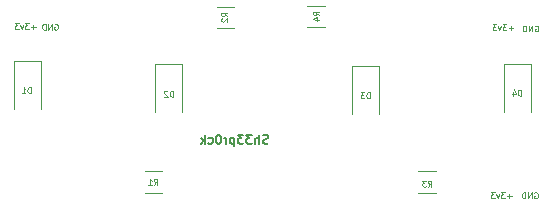
<source format=gbr>
G04 #@! TF.GenerationSoftware,KiCad,Pcbnew,(5.1.5-0-10_14)*
G04 #@! TF.CreationDate,2021-09-26T22:00:01-06:00*
G04 #@! TF.ProjectId,2021DC435,32303231-4443-4343-9335-2e6b69636164,rev?*
G04 #@! TF.SameCoordinates,Original*
G04 #@! TF.FileFunction,Legend,Bot*
G04 #@! TF.FilePolarity,Positive*
%FSLAX46Y46*%
G04 Gerber Fmt 4.6, Leading zero omitted, Abs format (unit mm)*
G04 Created by KiCad (PCBNEW (5.1.5-0-10_14)) date 2021-09-26 22:00:01*
%MOMM*%
%LPD*%
G04 APERTURE LIST*
%ADD10C,0.150000*%
%ADD11C,0.125000*%
%ADD12C,0.120000*%
G04 APERTURE END LIST*
D10*
X125041148Y-92680831D02*
X124934005Y-92716545D01*
X124755434Y-92716545D01*
X124684005Y-92680831D01*
X124648291Y-92645117D01*
X124612577Y-92573688D01*
X124612577Y-92502260D01*
X124648291Y-92430831D01*
X124684005Y-92395117D01*
X124755434Y-92359402D01*
X124898291Y-92323688D01*
X124969720Y-92287974D01*
X125005434Y-92252260D01*
X125041148Y-92180831D01*
X125041148Y-92109402D01*
X125005434Y-92037974D01*
X124969720Y-92002260D01*
X124898291Y-91966545D01*
X124719720Y-91966545D01*
X124612577Y-92002260D01*
X124291148Y-92716545D02*
X124291148Y-91966545D01*
X123969720Y-92716545D02*
X123969720Y-92323688D01*
X124005434Y-92252260D01*
X124076862Y-92216545D01*
X124184005Y-92216545D01*
X124255434Y-92252260D01*
X124291148Y-92287974D01*
X123684005Y-91966545D02*
X123219720Y-91966545D01*
X123469720Y-92252260D01*
X123362577Y-92252260D01*
X123291148Y-92287974D01*
X123255434Y-92323688D01*
X123219720Y-92395117D01*
X123219720Y-92573688D01*
X123255434Y-92645117D01*
X123291148Y-92680831D01*
X123362577Y-92716545D01*
X123576862Y-92716545D01*
X123648291Y-92680831D01*
X123684005Y-92645117D01*
X122969720Y-91966545D02*
X122505434Y-91966545D01*
X122755434Y-92252260D01*
X122648291Y-92252260D01*
X122576862Y-92287974D01*
X122541148Y-92323688D01*
X122505434Y-92395117D01*
X122505434Y-92573688D01*
X122541148Y-92645117D01*
X122576862Y-92680831D01*
X122648291Y-92716545D01*
X122862577Y-92716545D01*
X122934005Y-92680831D01*
X122969720Y-92645117D01*
X122184005Y-92216545D02*
X122184005Y-92966545D01*
X122184005Y-92252260D02*
X122112577Y-92216545D01*
X121969720Y-92216545D01*
X121898291Y-92252260D01*
X121862577Y-92287974D01*
X121826862Y-92359402D01*
X121826862Y-92573688D01*
X121862577Y-92645117D01*
X121898291Y-92680831D01*
X121969720Y-92716545D01*
X122112577Y-92716545D01*
X122184005Y-92680831D01*
X121505434Y-92716545D02*
X121505434Y-92216545D01*
X121505434Y-92359402D02*
X121469720Y-92287974D01*
X121434005Y-92252260D01*
X121362577Y-92216545D01*
X121291148Y-92216545D01*
X120898291Y-91966545D02*
X120826862Y-91966545D01*
X120755434Y-92002260D01*
X120719720Y-92037974D01*
X120684005Y-92109402D01*
X120648291Y-92252260D01*
X120648291Y-92430831D01*
X120684005Y-92573688D01*
X120719720Y-92645117D01*
X120755434Y-92680831D01*
X120826862Y-92716545D01*
X120898291Y-92716545D01*
X120969720Y-92680831D01*
X121005434Y-92645117D01*
X121041148Y-92573688D01*
X121076862Y-92430831D01*
X121076862Y-92252260D01*
X121041148Y-92109402D01*
X121005434Y-92037974D01*
X120969720Y-92002260D01*
X120898291Y-91966545D01*
X120005434Y-92680831D02*
X120076862Y-92716545D01*
X120219720Y-92716545D01*
X120291148Y-92680831D01*
X120326862Y-92645117D01*
X120362577Y-92573688D01*
X120362577Y-92359402D01*
X120326862Y-92287974D01*
X120291148Y-92252260D01*
X120219720Y-92216545D01*
X120076862Y-92216545D01*
X120005434Y-92252260D01*
X119684005Y-92716545D02*
X119684005Y-91966545D01*
X119612577Y-92430831D02*
X119398291Y-92716545D01*
X119398291Y-92216545D02*
X119684005Y-92502260D01*
D11*
X147601892Y-96887220D02*
X147649511Y-96863410D01*
X147720940Y-96863410D01*
X147792368Y-96887220D01*
X147839987Y-96934839D01*
X147863797Y-96982458D01*
X147887606Y-97077696D01*
X147887606Y-97149124D01*
X147863797Y-97244362D01*
X147839987Y-97291981D01*
X147792368Y-97339600D01*
X147720940Y-97363410D01*
X147673320Y-97363410D01*
X147601892Y-97339600D01*
X147578082Y-97315791D01*
X147578082Y-97149124D01*
X147673320Y-97149124D01*
X147363797Y-97363410D02*
X147363797Y-96863410D01*
X147078082Y-97363410D01*
X147078082Y-96863410D01*
X146839987Y-97363410D02*
X146839987Y-96863410D01*
X146720940Y-96863410D01*
X146649511Y-96887220D01*
X146601892Y-96934839D01*
X146578082Y-96982458D01*
X146554273Y-97077696D01*
X146554273Y-97149124D01*
X146578082Y-97244362D01*
X146601892Y-97291981D01*
X146649511Y-97339600D01*
X146720940Y-97363410D01*
X146839987Y-97363410D01*
X147650152Y-82749580D02*
X147697771Y-82725770D01*
X147769200Y-82725770D01*
X147840628Y-82749580D01*
X147888247Y-82797199D01*
X147912057Y-82844818D01*
X147935866Y-82940056D01*
X147935866Y-83011484D01*
X147912057Y-83106722D01*
X147888247Y-83154341D01*
X147840628Y-83201960D01*
X147769200Y-83225770D01*
X147721580Y-83225770D01*
X147650152Y-83201960D01*
X147626342Y-83178151D01*
X147626342Y-83011484D01*
X147721580Y-83011484D01*
X147412057Y-83225770D02*
X147412057Y-82725770D01*
X147126342Y-83225770D01*
X147126342Y-82725770D01*
X146888247Y-83225770D02*
X146888247Y-82725770D01*
X146769200Y-82725770D01*
X146697771Y-82749580D01*
X146650152Y-82797199D01*
X146626342Y-82844818D01*
X146602533Y-82940056D01*
X146602533Y-83011484D01*
X146626342Y-83106722D01*
X146650152Y-83154341D01*
X146697771Y-83201960D01*
X146769200Y-83225770D01*
X146888247Y-83225770D01*
X106972052Y-82599720D02*
X107019671Y-82575910D01*
X107091100Y-82575910D01*
X107162528Y-82599720D01*
X107210147Y-82647339D01*
X107233957Y-82694958D01*
X107257766Y-82790196D01*
X107257766Y-82861624D01*
X107233957Y-82956862D01*
X107210147Y-83004481D01*
X107162528Y-83052100D01*
X107091100Y-83075910D01*
X107043480Y-83075910D01*
X106972052Y-83052100D01*
X106948242Y-83028291D01*
X106948242Y-82861624D01*
X107043480Y-82861624D01*
X106733957Y-83075910D02*
X106733957Y-82575910D01*
X106448242Y-83075910D01*
X106448242Y-82575910D01*
X106210147Y-83075910D02*
X106210147Y-82575910D01*
X106091100Y-82575910D01*
X106019671Y-82599720D01*
X105972052Y-82647339D01*
X105948242Y-82694958D01*
X105924433Y-82790196D01*
X105924433Y-82861624D01*
X105948242Y-82956862D01*
X105972052Y-83004481D01*
X106019671Y-83052100D01*
X106091100Y-83075910D01*
X106210147Y-83075910D01*
X145670162Y-97147534D02*
X145289210Y-97147534D01*
X145479686Y-97338010D02*
X145479686Y-96957058D01*
X145098734Y-96838010D02*
X144789210Y-96838010D01*
X144955877Y-97028486D01*
X144884448Y-97028486D01*
X144836829Y-97052296D01*
X144813020Y-97076105D01*
X144789210Y-97123724D01*
X144789210Y-97242772D01*
X144813020Y-97290391D01*
X144836829Y-97314200D01*
X144884448Y-97338010D01*
X145027305Y-97338010D01*
X145074924Y-97314200D01*
X145098734Y-97290391D01*
X144622543Y-97004677D02*
X144503496Y-97338010D01*
X144384448Y-97004677D01*
X144241591Y-96838010D02*
X143932067Y-96838010D01*
X144098734Y-97028486D01*
X144027305Y-97028486D01*
X143979686Y-97052296D01*
X143955877Y-97076105D01*
X143932067Y-97123724D01*
X143932067Y-97242772D01*
X143955877Y-97290391D01*
X143979686Y-97314200D01*
X144027305Y-97338010D01*
X144170162Y-97338010D01*
X144217781Y-97314200D01*
X144241591Y-97290391D01*
X105365442Y-82837174D02*
X104984490Y-82837174D01*
X105174966Y-83027650D02*
X105174966Y-82646698D01*
X104794014Y-82527650D02*
X104484490Y-82527650D01*
X104651157Y-82718126D01*
X104579728Y-82718126D01*
X104532109Y-82741936D01*
X104508300Y-82765745D01*
X104484490Y-82813364D01*
X104484490Y-82932412D01*
X104508300Y-82980031D01*
X104532109Y-83003840D01*
X104579728Y-83027650D01*
X104722585Y-83027650D01*
X104770204Y-83003840D01*
X104794014Y-82980031D01*
X104317823Y-82694317D02*
X104198776Y-83027650D01*
X104079728Y-82694317D01*
X103936871Y-82527650D02*
X103627347Y-82527650D01*
X103794014Y-82718126D01*
X103722585Y-82718126D01*
X103674966Y-82741936D01*
X103651157Y-82765745D01*
X103627347Y-82813364D01*
X103627347Y-82932412D01*
X103651157Y-82980031D01*
X103674966Y-83003840D01*
X103722585Y-83027650D01*
X103865442Y-83027650D01*
X103913061Y-83003840D01*
X103936871Y-82980031D01*
X145802242Y-82941314D02*
X145421290Y-82941314D01*
X145611766Y-83131790D02*
X145611766Y-82750838D01*
X145230814Y-82631790D02*
X144921290Y-82631790D01*
X145087957Y-82822266D01*
X145016528Y-82822266D01*
X144968909Y-82846076D01*
X144945100Y-82869885D01*
X144921290Y-82917504D01*
X144921290Y-83036552D01*
X144945100Y-83084171D01*
X144968909Y-83107980D01*
X145016528Y-83131790D01*
X145159385Y-83131790D01*
X145207004Y-83107980D01*
X145230814Y-83084171D01*
X144754623Y-82798457D02*
X144635576Y-83131790D01*
X144516528Y-82798457D01*
X144373671Y-82631790D02*
X144064147Y-82631790D01*
X144230814Y-82822266D01*
X144159385Y-82822266D01*
X144111766Y-82846076D01*
X144087957Y-82869885D01*
X144064147Y-82917504D01*
X144064147Y-83036552D01*
X144087957Y-83084171D01*
X144111766Y-83107980D01*
X144159385Y-83131790D01*
X144302242Y-83131790D01*
X144349861Y-83107980D01*
X144373671Y-83084171D01*
D12*
X128378596Y-81055800D02*
X129832724Y-81055800D01*
X128378596Y-82875800D02*
X129832724Y-82875800D01*
X137781676Y-95081680D02*
X139235804Y-95081680D01*
X137781676Y-96901680D02*
X139235804Y-96901680D01*
X120733196Y-81137080D02*
X122187324Y-81137080D01*
X120733196Y-82957080D02*
X122187324Y-82957080D01*
X114599096Y-95081680D02*
X116053224Y-95081680D01*
X114599096Y-96901680D02*
X116053224Y-96901680D01*
X147332320Y-85975180D02*
X147332320Y-90035180D01*
X145062320Y-85975180D02*
X147332320Y-85975180D01*
X145062320Y-90035180D02*
X145062320Y-85975180D01*
X134467220Y-86150440D02*
X134467220Y-90210440D01*
X132197220Y-86150440D02*
X134467220Y-86150440D01*
X132197220Y-90210440D02*
X132197220Y-86150440D01*
X117779420Y-86000580D02*
X117779420Y-90060580D01*
X115509420Y-86000580D02*
X117779420Y-86000580D01*
X115509420Y-90060580D02*
X115509420Y-86000580D01*
X105798240Y-85761820D02*
X105798240Y-89821820D01*
X103528240Y-85761820D02*
X105798240Y-85761820D01*
X103528240Y-89821820D02*
X103528240Y-85761820D01*
D11*
X129359790Y-81826586D02*
X129121695Y-81659920D01*
X129359790Y-81540872D02*
X128859790Y-81540872D01*
X128859790Y-81731348D01*
X128883600Y-81778967D01*
X128907409Y-81802777D01*
X128955028Y-81826586D01*
X129026457Y-81826586D01*
X129074076Y-81802777D01*
X129097885Y-81778967D01*
X129121695Y-81731348D01*
X129121695Y-81540872D01*
X129026457Y-82255158D02*
X129359790Y-82255158D01*
X128835980Y-82136110D02*
X129193123Y-82017062D01*
X129193123Y-82326586D01*
D10*
D11*
X138597153Y-96357570D02*
X138763820Y-96119475D01*
X138882867Y-96357570D02*
X138882867Y-95857570D01*
X138692391Y-95857570D01*
X138644772Y-95881380D01*
X138620962Y-95905189D01*
X138597153Y-95952808D01*
X138597153Y-96024237D01*
X138620962Y-96071856D01*
X138644772Y-96095665D01*
X138692391Y-96119475D01*
X138882867Y-96119475D01*
X138430486Y-95857570D02*
X138120962Y-95857570D01*
X138287629Y-96048046D01*
X138216200Y-96048046D01*
X138168581Y-96071856D01*
X138144772Y-96095665D01*
X138120962Y-96143284D01*
X138120962Y-96262332D01*
X138144772Y-96309951D01*
X138168581Y-96333760D01*
X138216200Y-96357570D01*
X138359058Y-96357570D01*
X138406677Y-96333760D01*
X138430486Y-96309951D01*
X121605170Y-81925646D02*
X121367075Y-81758980D01*
X121605170Y-81639932D02*
X121105170Y-81639932D01*
X121105170Y-81830408D01*
X121128980Y-81878027D01*
X121152789Y-81901837D01*
X121200408Y-81925646D01*
X121271837Y-81925646D01*
X121319456Y-81901837D01*
X121343265Y-81878027D01*
X121367075Y-81830408D01*
X121367075Y-81639932D01*
X121152789Y-82116122D02*
X121128980Y-82139932D01*
X121105170Y-82187551D01*
X121105170Y-82306599D01*
X121128980Y-82354218D01*
X121152789Y-82378027D01*
X121200408Y-82401837D01*
X121248027Y-82401837D01*
X121319456Y-82378027D01*
X121605170Y-82092313D01*
X121605170Y-82401837D01*
X115389173Y-96207710D02*
X115555840Y-95969615D01*
X115674887Y-96207710D02*
X115674887Y-95707710D01*
X115484411Y-95707710D01*
X115436792Y-95731520D01*
X115412982Y-95755329D01*
X115389173Y-95802948D01*
X115389173Y-95874377D01*
X115412982Y-95921996D01*
X115436792Y-95945805D01*
X115484411Y-95969615D01*
X115674887Y-95969615D01*
X114912982Y-96207710D02*
X115198697Y-96207710D01*
X115055840Y-96207710D02*
X115055840Y-95707710D01*
X115103459Y-95779139D01*
X115151078Y-95826758D01*
X115198697Y-95850567D01*
X146487627Y-88653750D02*
X146487627Y-88153750D01*
X146368580Y-88153750D01*
X146297151Y-88177560D01*
X146249532Y-88225179D01*
X146225722Y-88272798D01*
X146201913Y-88368036D01*
X146201913Y-88439464D01*
X146225722Y-88534702D01*
X146249532Y-88582321D01*
X146297151Y-88629940D01*
X146368580Y-88653750D01*
X146487627Y-88653750D01*
X145773341Y-88320417D02*
X145773341Y-88653750D01*
X145892389Y-88129940D02*
X146011437Y-88487083D01*
X145701913Y-88487083D01*
X133647927Y-88884890D02*
X133647927Y-88384890D01*
X133528880Y-88384890D01*
X133457451Y-88408700D01*
X133409832Y-88456319D01*
X133386022Y-88503938D01*
X133362213Y-88599176D01*
X133362213Y-88670604D01*
X133386022Y-88765842D01*
X133409832Y-88813461D01*
X133457451Y-88861080D01*
X133528880Y-88884890D01*
X133647927Y-88884890D01*
X133195546Y-88384890D02*
X132886022Y-88384890D01*
X133052689Y-88575366D01*
X132981260Y-88575366D01*
X132933641Y-88599176D01*
X132909832Y-88622985D01*
X132886022Y-88670604D01*
X132886022Y-88789652D01*
X132909832Y-88837271D01*
X132933641Y-88861080D01*
X132981260Y-88884890D01*
X133124118Y-88884890D01*
X133171737Y-88861080D01*
X133195546Y-88837271D01*
X117010927Y-88742650D02*
X117010927Y-88242650D01*
X116891880Y-88242650D01*
X116820451Y-88266460D01*
X116772832Y-88314079D01*
X116749022Y-88361698D01*
X116725213Y-88456936D01*
X116725213Y-88528364D01*
X116749022Y-88623602D01*
X116772832Y-88671221D01*
X116820451Y-88718840D01*
X116891880Y-88742650D01*
X117010927Y-88742650D01*
X116534737Y-88290269D02*
X116510927Y-88266460D01*
X116463308Y-88242650D01*
X116344260Y-88242650D01*
X116296641Y-88266460D01*
X116272832Y-88290269D01*
X116249022Y-88337888D01*
X116249022Y-88385507D01*
X116272832Y-88456936D01*
X116558546Y-88742650D01*
X116249022Y-88742650D01*
X104963707Y-88442930D02*
X104963707Y-87942930D01*
X104844660Y-87942930D01*
X104773231Y-87966740D01*
X104725612Y-88014359D01*
X104701802Y-88061978D01*
X104677993Y-88157216D01*
X104677993Y-88228644D01*
X104701802Y-88323882D01*
X104725612Y-88371501D01*
X104773231Y-88419120D01*
X104844660Y-88442930D01*
X104963707Y-88442930D01*
X104201802Y-88442930D02*
X104487517Y-88442930D01*
X104344660Y-88442930D02*
X104344660Y-87942930D01*
X104392279Y-88014359D01*
X104439898Y-88061978D01*
X104487517Y-88085787D01*
M02*

</source>
